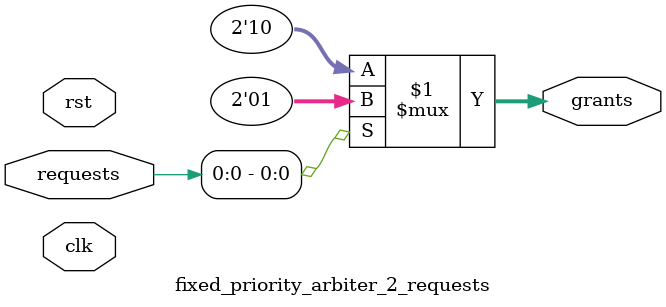
<source format=sv>
`include "config.svh"

module fixed_priority_arbiter_2_requests
(
    input        clk,
    input        rst,
    input  [1:0] requests,
    output [1:0] grants
);

    assign grants = requests [0] ? 2'b01 : 2'b10;

endmodule

</source>
